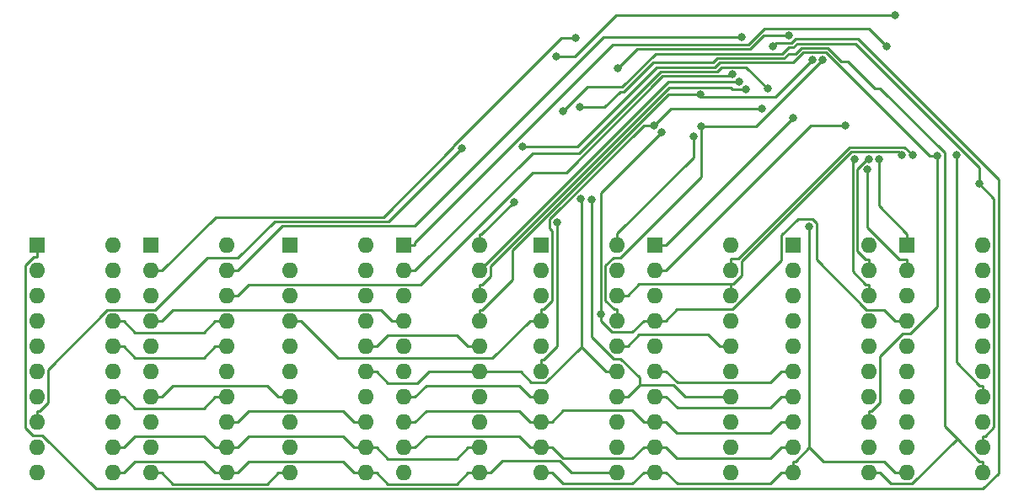
<source format=gbl>
G04 #@! TF.GenerationSoftware,KiCad,Pcbnew,(5.1.2-1)-1*
G04 #@! TF.CreationDate,2019-05-18T21:09:39+01:00*
G04 #@! TF.ProjectId,SRAM Board,5352414d-2042-46f6-9172-642e6b696361,rev?*
G04 #@! TF.SameCoordinates,Original*
G04 #@! TF.FileFunction,Copper,L2,Bot*
G04 #@! TF.FilePolarity,Positive*
%FSLAX46Y46*%
G04 Gerber Fmt 4.6, Leading zero omitted, Abs format (unit mm)*
G04 Created by KiCad (PCBNEW (5.1.2-1)-1) date 2019-05-18 21:09:39*
%MOMM*%
%LPD*%
G04 APERTURE LIST*
%ADD10O,1.600000X1.600000*%
%ADD11R,1.600000X1.600000*%
%ADD12C,0.800000*%
%ADD13C,0.250000*%
G04 APERTURE END LIST*
D10*
X226568000Y-74422000D03*
X218948000Y-97282000D03*
X226568000Y-76962000D03*
X218948000Y-94742000D03*
X226568000Y-79502000D03*
X218948000Y-92202000D03*
X226568000Y-82042000D03*
X218948000Y-89662000D03*
X226568000Y-84582000D03*
X218948000Y-87122000D03*
X226568000Y-87122000D03*
X218948000Y-84582000D03*
X226568000Y-89662000D03*
X218948000Y-82042000D03*
X226568000Y-92202000D03*
X218948000Y-79502000D03*
X226568000Y-94742000D03*
X218948000Y-76962000D03*
X226568000Y-97282000D03*
D11*
X218948000Y-74422000D03*
D10*
X201270000Y-74396600D03*
X193650000Y-97256600D03*
X201270000Y-76936600D03*
X193650000Y-94716600D03*
X201270000Y-79476600D03*
X193650000Y-92176600D03*
X201270000Y-82016600D03*
X193650000Y-89636600D03*
X201270000Y-84556600D03*
X193650000Y-87096600D03*
X201270000Y-87096600D03*
X193650000Y-84556600D03*
X201270000Y-89636600D03*
X193650000Y-82016600D03*
X201270000Y-92176600D03*
X193650000Y-79476600D03*
X201270000Y-94716600D03*
X193650000Y-76936600D03*
X201270000Y-97256600D03*
D11*
X193650000Y-74396600D03*
D10*
X176022000Y-74473000D03*
X168402000Y-97333000D03*
X176022000Y-77013000D03*
X168402000Y-94793000D03*
X176022000Y-79553000D03*
X168402000Y-92253000D03*
X176022000Y-82093000D03*
X168402000Y-89713000D03*
X176022000Y-84633000D03*
X168402000Y-87173000D03*
X176022000Y-87173000D03*
X168402000Y-84633000D03*
X176022000Y-89713000D03*
X168402000Y-82093000D03*
X176022000Y-92253000D03*
X168402000Y-79553000D03*
X176022000Y-94793000D03*
X168402000Y-77013000D03*
X176022000Y-97333000D03*
D11*
X168402000Y-74473000D03*
D10*
X150622000Y-74473000D03*
X143002000Y-97333000D03*
X150622000Y-77013000D03*
X143002000Y-94793000D03*
X150622000Y-79553000D03*
X143002000Y-92253000D03*
X150622000Y-82093000D03*
X143002000Y-89713000D03*
X150622000Y-84633000D03*
X143002000Y-87173000D03*
X150622000Y-87173000D03*
X143002000Y-84633000D03*
X150622000Y-89713000D03*
X143002000Y-82093000D03*
X150622000Y-92253000D03*
X143002000Y-79553000D03*
X150622000Y-94793000D03*
X143002000Y-77013000D03*
X150622000Y-97333000D03*
D11*
X143002000Y-74473000D03*
D10*
X237998000Y-74422000D03*
X230378000Y-97282000D03*
X237998000Y-76962000D03*
X230378000Y-94742000D03*
X237998000Y-79502000D03*
X230378000Y-92202000D03*
X237998000Y-82042000D03*
X230378000Y-89662000D03*
X237998000Y-84582000D03*
X230378000Y-87122000D03*
X237998000Y-87122000D03*
X230378000Y-84582000D03*
X237998000Y-89662000D03*
X230378000Y-82042000D03*
X237998000Y-92202000D03*
X230378000Y-79502000D03*
X237998000Y-94742000D03*
X230378000Y-76962000D03*
X237998000Y-97282000D03*
D11*
X230378000Y-74422000D03*
D10*
X212700000Y-74396600D03*
X205080000Y-97256600D03*
X212700000Y-76936600D03*
X205080000Y-94716600D03*
X212700000Y-79476600D03*
X205080000Y-92176600D03*
X212700000Y-82016600D03*
X205080000Y-89636600D03*
X212700000Y-84556600D03*
X205080000Y-87096600D03*
X212700000Y-87096600D03*
X205080000Y-84556600D03*
X212700000Y-89636600D03*
X205080000Y-82016600D03*
X212700000Y-92176600D03*
X205080000Y-79476600D03*
X212700000Y-94716600D03*
X205080000Y-76936600D03*
X212700000Y-97256600D03*
D11*
X205080000Y-74396600D03*
D10*
X187452000Y-74473000D03*
X179832000Y-97333000D03*
X187452000Y-77013000D03*
X179832000Y-94793000D03*
X187452000Y-79553000D03*
X179832000Y-92253000D03*
X187452000Y-82093000D03*
X179832000Y-89713000D03*
X187452000Y-84633000D03*
X179832000Y-87173000D03*
X187452000Y-87173000D03*
X179832000Y-84633000D03*
X187452000Y-89713000D03*
X179832000Y-82093000D03*
X187452000Y-92253000D03*
X179832000Y-79553000D03*
X187452000Y-94793000D03*
X179832000Y-77013000D03*
X187452000Y-97333000D03*
D11*
X179832000Y-74473000D03*
D10*
X162052000Y-74473000D03*
X154432000Y-97333000D03*
X162052000Y-77013000D03*
X154432000Y-94793000D03*
X162052000Y-79553000D03*
X154432000Y-92253000D03*
X162052000Y-82093000D03*
X154432000Y-89713000D03*
X162052000Y-84633000D03*
X154432000Y-87173000D03*
X162052000Y-87173000D03*
X154432000Y-84633000D03*
X162052000Y-89713000D03*
X154432000Y-82093000D03*
X162052000Y-92253000D03*
X154432000Y-79553000D03*
X162052000Y-94793000D03*
X154432000Y-77013000D03*
X162052000Y-97333000D03*
D11*
X154432000Y-74473000D03*
D12*
X225116700Y-65839700D03*
X226459100Y-66819200D03*
X226567600Y-65807300D03*
X227568000Y-65839700D03*
X229907900Y-65379800D03*
X224263000Y-62408700D03*
X230954300Y-65378600D03*
X218988800Y-61613100D03*
X215848200Y-60725600D03*
X204994200Y-62435800D03*
X195298300Y-72114700D03*
X185711500Y-64698300D03*
X208942700Y-63476900D03*
X190920700Y-70100400D03*
X197550600Y-60532200D03*
X195880300Y-60992800D03*
X237642600Y-68251300D03*
X191767900Y-64537000D03*
X233436200Y-65486800D03*
X198776800Y-69872900D03*
X235400000Y-65401400D03*
X197649200Y-69767600D03*
X220928300Y-55814000D03*
X209652900Y-59308400D03*
X221928700Y-55814000D03*
X209728400Y-62483300D03*
X214218100Y-58787400D03*
X216406600Y-58719900D03*
X213564500Y-57986000D03*
X228407400Y-54464000D03*
X212839000Y-57265200D03*
X197149000Y-53617200D03*
X213795000Y-53523000D03*
X216907600Y-54443600D03*
X205740000Y-63106000D03*
X199629300Y-81344700D03*
X220605500Y-72568900D03*
X201360400Y-56666500D03*
X218524300Y-53371700D03*
X195191300Y-55477600D03*
X229193700Y-51351100D03*
D13*
X226568000Y-78376700D02*
X226286700Y-78376700D01*
X226286700Y-78376700D02*
X224979300Y-77069300D01*
X224979300Y-77069300D02*
X224979300Y-65977100D01*
X224979300Y-65977100D02*
X225116700Y-65839700D01*
X226568000Y-79502000D02*
X226568000Y-78376700D01*
X230378000Y-76962000D02*
X230378000Y-75836700D01*
X226459100Y-66819200D02*
X226459100Y-72621200D01*
X226459100Y-72621200D02*
X229674600Y-75836700D01*
X229674600Y-75836700D02*
X230378000Y-75836700D01*
X226567600Y-65807300D02*
X226445300Y-65807300D01*
X226445300Y-65807300D02*
X225442700Y-66809900D01*
X225442700Y-66809900D02*
X225442700Y-74992800D01*
X225442700Y-74992800D02*
X226286600Y-75836700D01*
X226286600Y-75836700D02*
X226568000Y-75836700D01*
X226568000Y-76962000D02*
X226568000Y-75836700D01*
X230378000Y-73296700D02*
X227568000Y-70486700D01*
X227568000Y-70486700D02*
X227568000Y-65839700D01*
X230378000Y-74422000D02*
X230378000Y-73296700D01*
X201270000Y-79476600D02*
X202395300Y-79476600D01*
X212700000Y-78351300D02*
X203520600Y-78351300D01*
X203520600Y-78351300D02*
X202395300Y-79476600D01*
X229907900Y-65379800D02*
X229583200Y-65055100D01*
X229583200Y-65055100D02*
X224821200Y-65055100D01*
X224821200Y-65055100D02*
X213825300Y-76051000D01*
X213825300Y-76051000D02*
X213825300Y-77507400D01*
X213825300Y-77507400D02*
X212981400Y-78351300D01*
X212981400Y-78351300D02*
X212700000Y-78351300D01*
X212700000Y-79476600D02*
X212700000Y-78351300D01*
X205080000Y-76936600D02*
X206205300Y-76936600D01*
X224263000Y-62408700D02*
X220733200Y-62408700D01*
X220733200Y-62408700D02*
X206205300Y-76936600D01*
X212700000Y-75811300D02*
X213428100Y-75811300D01*
X213428100Y-75811300D02*
X224634700Y-64604700D01*
X224634700Y-64604700D02*
X230180400Y-64604700D01*
X230180400Y-64604700D02*
X230954300Y-65378600D01*
X212700000Y-76936600D02*
X212700000Y-75811300D01*
X206205300Y-74396600D02*
X218988800Y-61613100D01*
X205080000Y-74396600D02*
X206205300Y-74396600D01*
X204994200Y-62435800D02*
X204994200Y-62435900D01*
X204994200Y-62435900D02*
X203951400Y-62435900D01*
X203951400Y-62435900D02*
X194540400Y-71846900D01*
X194540400Y-71846900D02*
X194540400Y-72721100D01*
X194540400Y-72721100D02*
X194775300Y-72956000D01*
X194775300Y-72956000D02*
X194775300Y-80047400D01*
X194775300Y-80047400D02*
X193931400Y-80891300D01*
X193931400Y-80891300D02*
X193650000Y-80891300D01*
X204994200Y-62435800D02*
X206704400Y-60725600D01*
X206704400Y-60725600D02*
X215848200Y-60725600D01*
X193650000Y-82016600D02*
X193650000Y-80891300D01*
X168402000Y-82093000D02*
X169527300Y-82093000D01*
X193650000Y-82016600D02*
X192524700Y-82016600D01*
X192524700Y-82016600D02*
X188746800Y-85794500D01*
X188746800Y-85794500D02*
X173228800Y-85794500D01*
X173228800Y-85794500D02*
X169527300Y-82093000D01*
X193650000Y-87096600D02*
X193650000Y-85971300D01*
X193650000Y-85971300D02*
X193931300Y-85971300D01*
X193931300Y-85971300D02*
X195298300Y-84604300D01*
X195298300Y-84604300D02*
X195298300Y-72114700D01*
X218948000Y-87122000D02*
X217822700Y-87122000D01*
X205080000Y-87096600D02*
X206205300Y-87096600D01*
X206205300Y-87096600D02*
X207356000Y-88247300D01*
X207356000Y-88247300D02*
X216697400Y-88247300D01*
X216697400Y-88247300D02*
X217822700Y-87122000D01*
X154432000Y-89713000D02*
X155557300Y-89713000D01*
X168402000Y-89713000D02*
X167276700Y-89713000D01*
X167276700Y-89713000D02*
X166151400Y-88587700D01*
X166151400Y-88587700D02*
X156682600Y-88587700D01*
X156682600Y-88587700D02*
X155557300Y-89713000D01*
X193650000Y-89636600D02*
X192524700Y-89636600D01*
X218948000Y-89662000D02*
X217822700Y-89662000D01*
X205080000Y-89636600D02*
X206205300Y-89636600D01*
X206205300Y-89636600D02*
X207356000Y-90787300D01*
X207356000Y-90787300D02*
X216697400Y-90787300D01*
X216697400Y-90787300D02*
X217822700Y-89662000D01*
X179832000Y-89713000D02*
X180957300Y-89713000D01*
X180957300Y-89713000D02*
X182112600Y-88557700D01*
X182112600Y-88557700D02*
X191445800Y-88557700D01*
X191445800Y-88557700D02*
X192524700Y-89636600D01*
X143002000Y-92253000D02*
X143002000Y-91127700D01*
X143002000Y-91127700D02*
X143283400Y-91127700D01*
X143283400Y-91127700D02*
X144127300Y-90283800D01*
X144127300Y-90283800D02*
X144127300Y-86929500D01*
X144127300Y-86929500D02*
X150089200Y-80967600D01*
X150089200Y-80967600D02*
X154889500Y-80967600D01*
X154889500Y-80967600D02*
X160114100Y-75743000D01*
X160114100Y-75743000D02*
X163177400Y-75743000D01*
X163177400Y-75743000D02*
X166863700Y-72056700D01*
X166863700Y-72056700D02*
X178353100Y-72056700D01*
X178353100Y-72056700D02*
X185711500Y-64698300D01*
X205080000Y-92176600D02*
X206205300Y-92176600D01*
X218948000Y-92202000D02*
X217822700Y-92202000D01*
X217822700Y-92202000D02*
X216722800Y-93301900D01*
X216722800Y-93301900D02*
X207330600Y-93301900D01*
X207330600Y-93301900D02*
X206205300Y-92176600D01*
X193650000Y-92176600D02*
X194775300Y-92176600D01*
X205080000Y-92176600D02*
X203954700Y-92176600D01*
X203954700Y-92176600D02*
X202829400Y-91051300D01*
X202829400Y-91051300D02*
X195900600Y-91051300D01*
X195900600Y-91051300D02*
X194775300Y-92176600D01*
X193650000Y-92176600D02*
X192524700Y-92176600D01*
X179832000Y-92253000D02*
X180957300Y-92253000D01*
X180957300Y-92253000D02*
X182112600Y-91097700D01*
X182112600Y-91097700D02*
X191445800Y-91097700D01*
X191445800Y-91097700D02*
X192524700Y-92176600D01*
X203954700Y-94716600D02*
X202829400Y-95841900D01*
X202829400Y-95841900D02*
X195900600Y-95841900D01*
X195900600Y-95841900D02*
X194775300Y-94716600D01*
X205080000Y-94716600D02*
X206205300Y-94716600D01*
X218948000Y-94742000D02*
X217822700Y-94742000D01*
X217822700Y-94742000D02*
X216722800Y-95841900D01*
X216722800Y-95841900D02*
X207330600Y-95841900D01*
X207330600Y-95841900D02*
X206205300Y-94716600D01*
X204517400Y-94716600D02*
X205080000Y-94716600D01*
X204517400Y-94716600D02*
X203954700Y-94716600D01*
X193650000Y-94716600D02*
X192524700Y-94716600D01*
X179832000Y-94793000D02*
X180957300Y-94793000D01*
X180957300Y-94793000D02*
X182112600Y-93637700D01*
X182112600Y-93637700D02*
X191445800Y-93637700D01*
X191445800Y-93637700D02*
X192524700Y-94716600D01*
X193650000Y-94716600D02*
X194775300Y-94716600D01*
X201270000Y-73271300D02*
X208942700Y-65598600D01*
X208942700Y-65598600D02*
X208942700Y-63476900D01*
X201270000Y-74396600D02*
X201270000Y-73271300D01*
X187452000Y-74473000D02*
X187452000Y-73347700D01*
X187452000Y-73347700D02*
X187673400Y-73347700D01*
X187673400Y-73347700D02*
X190920700Y-70100400D01*
X235447100Y-93887000D02*
X234187100Y-92627100D01*
X234187100Y-92627100D02*
X234187100Y-65148700D01*
X234187100Y-65148700D02*
X227704900Y-58666500D01*
X227704900Y-58666500D02*
X227147300Y-58666500D01*
X227147300Y-58666500D02*
X224465800Y-55985000D01*
X224465800Y-55985000D02*
X223829000Y-55985000D01*
X223829000Y-55985000D02*
X222482300Y-54638300D01*
X222482300Y-54638300D02*
X219791000Y-54638300D01*
X219791000Y-54638300D02*
X219249300Y-55180000D01*
X219249300Y-55180000D02*
X218612500Y-55180000D01*
X218612500Y-55180000D02*
X218594900Y-55197600D01*
X218594900Y-55197600D02*
X218514000Y-55197600D01*
X218514000Y-55197600D02*
X218072400Y-55639200D01*
X218072400Y-55639200D02*
X211390100Y-55639200D01*
X211390100Y-55639200D02*
X210948600Y-56080700D01*
X210948600Y-56080700D02*
X204882700Y-56080700D01*
X204882700Y-56080700D02*
X201961200Y-59002200D01*
X201961200Y-59002200D02*
X201576500Y-59002200D01*
X201576500Y-59002200D02*
X200046500Y-60532200D01*
X200046500Y-60532200D02*
X197550600Y-60532200D01*
X237998000Y-96156700D02*
X237716700Y-96156700D01*
X237716700Y-96156700D02*
X235447100Y-93887000D01*
X235447100Y-93887000D02*
X230926800Y-98407300D01*
X230926800Y-98407300D02*
X228818600Y-98407300D01*
X228818600Y-98407300D02*
X227693300Y-97282000D01*
X226568000Y-97282000D02*
X227693300Y-97282000D01*
X187452000Y-97333000D02*
X186326700Y-97333000D01*
X176022000Y-97333000D02*
X177147300Y-97333000D01*
X177147300Y-97333000D02*
X178272600Y-98458300D01*
X178272600Y-98458300D02*
X185201400Y-98458300D01*
X185201400Y-98458300D02*
X186326700Y-97333000D01*
X175459400Y-97333000D02*
X176022000Y-97333000D01*
X175459400Y-97333000D02*
X174896700Y-97333000D01*
X187452000Y-97333000D02*
X188577300Y-97333000D01*
X201270000Y-97256600D02*
X196678400Y-97256600D01*
X196678400Y-97256600D02*
X195540200Y-96118400D01*
X195540200Y-96118400D02*
X189791900Y-96118400D01*
X189791900Y-96118400D02*
X188577300Y-97333000D01*
X237998000Y-97282000D02*
X237998000Y-96156700D01*
X162052000Y-97333000D02*
X163177300Y-97333000D01*
X174896700Y-97333000D02*
X173771400Y-96207700D01*
X173771400Y-96207700D02*
X164302600Y-96207700D01*
X164302600Y-96207700D02*
X163177300Y-97333000D01*
X150622000Y-97333000D02*
X151747300Y-97333000D01*
X162052000Y-97333000D02*
X160926700Y-97333000D01*
X160926700Y-97333000D02*
X159801400Y-96207700D01*
X159801400Y-96207700D02*
X152872600Y-96207700D01*
X152872600Y-96207700D02*
X151747300Y-97333000D01*
X195880300Y-60992800D02*
X198321200Y-58551900D01*
X198321200Y-58551900D02*
X201774500Y-58551900D01*
X201774500Y-58551900D02*
X205137500Y-55188900D01*
X205137500Y-55188900D02*
X217885700Y-55188900D01*
X217885700Y-55188900D02*
X218527300Y-54547300D01*
X218527300Y-54547300D02*
X219011400Y-54547300D01*
X219011400Y-54547300D02*
X219370700Y-54188000D01*
X219370700Y-54188000D02*
X225212400Y-54188000D01*
X225212400Y-54188000D02*
X237642600Y-66618200D01*
X237642600Y-66618200D02*
X237642600Y-68251300D01*
X176022000Y-94793000D02*
X177147300Y-94793000D01*
X187452000Y-94793000D02*
X186326700Y-94793000D01*
X186326700Y-94793000D02*
X185201400Y-95918300D01*
X185201400Y-95918300D02*
X178272600Y-95918300D01*
X178272600Y-95918300D02*
X177147300Y-94793000D01*
X237998000Y-93616700D02*
X238279300Y-93616700D01*
X238279300Y-93616700D02*
X239134000Y-92762000D01*
X239134000Y-92762000D02*
X239134000Y-69742700D01*
X239134000Y-69742700D02*
X237642600Y-68251300D01*
X237998000Y-94742000D02*
X237998000Y-93616700D01*
X162052000Y-94793000D02*
X163177300Y-94793000D01*
X176022000Y-94793000D02*
X174896700Y-94793000D01*
X174896700Y-94793000D02*
X173771400Y-93667700D01*
X173771400Y-93667700D02*
X164302600Y-93667700D01*
X164302600Y-93667700D02*
X163177300Y-94793000D01*
X150622000Y-94793000D02*
X151747300Y-94793000D01*
X162052000Y-94793000D02*
X160926700Y-94793000D01*
X160926700Y-94793000D02*
X159801400Y-93667700D01*
X159801400Y-93667700D02*
X152872600Y-93667700D01*
X152872600Y-93667700D02*
X151747300Y-94793000D01*
X233436200Y-65486800D02*
X232693900Y-65486800D01*
X232693900Y-65486800D02*
X222295700Y-55088600D01*
X222295700Y-55088600D02*
X219977600Y-55088600D01*
X219977600Y-55088600D02*
X218976700Y-56089500D01*
X218976700Y-56089500D02*
X211576700Y-56089500D01*
X211576700Y-56089500D02*
X211135200Y-56531000D01*
X211135200Y-56531000D02*
X205297800Y-56531000D01*
X205297800Y-56531000D02*
X197291800Y-64537000D01*
X197291800Y-64537000D02*
X191767900Y-64537000D01*
X226568000Y-91076700D02*
X226849400Y-91076700D01*
X226849400Y-91076700D02*
X227693300Y-90232800D01*
X227693300Y-90232800D02*
X227693300Y-85630300D01*
X227693300Y-85630300D02*
X230011600Y-83312000D01*
X230011600Y-83312000D02*
X230770700Y-83312000D01*
X230770700Y-83312000D02*
X233436200Y-80646500D01*
X233436200Y-80646500D02*
X233436200Y-65486800D01*
X226568000Y-92202000D02*
X226568000Y-91076700D01*
X162052000Y-92253000D02*
X163177300Y-92253000D01*
X176022000Y-92253000D02*
X174896700Y-92253000D01*
X174896700Y-92253000D02*
X173771400Y-91127700D01*
X173771400Y-91127700D02*
X164302600Y-91127700D01*
X164302600Y-91127700D02*
X163177300Y-92253000D01*
X237998000Y-88536700D02*
X237716600Y-88536700D01*
X237716600Y-88536700D02*
X235400000Y-86220100D01*
X235400000Y-86220100D02*
X235400000Y-65401400D01*
X203531000Y-88500900D02*
X202395300Y-89636600D01*
X212700000Y-89636600D02*
X208108400Y-89636600D01*
X208108400Y-89636600D02*
X206972700Y-88500900D01*
X206972700Y-88500900D02*
X203531000Y-88500900D01*
X203531000Y-88500900D02*
X203531000Y-87714000D01*
X203531000Y-87714000D02*
X201643600Y-85826600D01*
X201643600Y-85826600D02*
X200898200Y-85826600D01*
X200898200Y-85826600D02*
X198776800Y-83705200D01*
X198776800Y-83705200D02*
X198776800Y-69872900D01*
X237998000Y-89662000D02*
X237998000Y-88536700D01*
X201270000Y-89636600D02*
X202395300Y-89636600D01*
X150622000Y-89713000D02*
X151747300Y-89713000D01*
X162052000Y-89713000D02*
X160926700Y-89713000D01*
X160926700Y-89713000D02*
X159801400Y-90838300D01*
X159801400Y-90838300D02*
X152872600Y-90838300D01*
X152872600Y-90838300D02*
X151747300Y-89713000D01*
X176022000Y-87173000D02*
X177147300Y-87173000D01*
X187452000Y-87173000D02*
X182367300Y-87173000D01*
X182367300Y-87173000D02*
X181242000Y-88298300D01*
X181242000Y-88298300D02*
X178272600Y-88298300D01*
X178272600Y-88298300D02*
X177147300Y-87173000D01*
X197695800Y-84647700D02*
X194106600Y-88236900D01*
X194106600Y-88236900D02*
X192654200Y-88236900D01*
X192654200Y-88236900D02*
X191590300Y-87173000D01*
X191590300Y-87173000D02*
X187452000Y-87173000D01*
X197695800Y-84647700D02*
X197695800Y-69814200D01*
X197695800Y-69814200D02*
X197649200Y-69767600D01*
X200257300Y-87096600D02*
X200144700Y-87096600D01*
X200144700Y-87096600D02*
X197695800Y-84647700D01*
X201270000Y-87096600D02*
X200257300Y-87096600D01*
X212700000Y-84556600D02*
X211574700Y-84556600D01*
X201270000Y-84556600D02*
X202395300Y-84556600D01*
X202395300Y-84556600D02*
X203520600Y-83431300D01*
X203520600Y-83431300D02*
X210449400Y-83431300D01*
X210449400Y-83431300D02*
X211574700Y-84556600D01*
X176022000Y-84633000D02*
X177147300Y-84633000D01*
X187452000Y-84633000D02*
X186326700Y-84633000D01*
X186326700Y-84633000D02*
X185201400Y-83507700D01*
X185201400Y-83507700D02*
X178272600Y-83507700D01*
X178272600Y-83507700D02*
X177147300Y-84633000D01*
X150622000Y-84633000D02*
X151747300Y-84633000D01*
X162052000Y-84633000D02*
X160926700Y-84633000D01*
X160926700Y-84633000D02*
X159801400Y-85758300D01*
X159801400Y-85758300D02*
X152872600Y-85758300D01*
X152872600Y-85758300D02*
X151747300Y-84633000D01*
X209652900Y-59308400D02*
X209864000Y-59519500D01*
X209864000Y-59519500D02*
X217222800Y-59519500D01*
X217222800Y-59519500D02*
X220928300Y-55814000D01*
X187452000Y-80967700D02*
X187733300Y-80967700D01*
X187733300Y-80967700D02*
X190797400Y-77903600D01*
X190797400Y-77903600D02*
X190797400Y-74953000D01*
X190797400Y-74953000D02*
X206442000Y-59308400D01*
X206442000Y-59308400D02*
X209652900Y-59308400D01*
X150622000Y-82093000D02*
X151747300Y-82093000D01*
X162052000Y-82093000D02*
X160926700Y-82093000D01*
X160926700Y-82093000D02*
X159801400Y-83218300D01*
X159801400Y-83218300D02*
X152872600Y-83218300D01*
X152872600Y-83218300D02*
X151747300Y-82093000D01*
X187452000Y-82093000D02*
X187452000Y-80967700D01*
X209728400Y-62483300D02*
X215284800Y-62483300D01*
X215284800Y-62483300D02*
X221928700Y-55839400D01*
X221928700Y-55839400D02*
X221928700Y-55814000D01*
X209728400Y-62483300D02*
X209728400Y-67588400D01*
X209728400Y-67588400D02*
X201650200Y-75666600D01*
X201650200Y-75666600D02*
X200897300Y-75666600D01*
X200897300Y-75666600D02*
X200130800Y-76433100D01*
X200130800Y-76433100D02*
X200130800Y-79985600D01*
X200130800Y-79985600D02*
X201036500Y-80891300D01*
X201036500Y-80891300D02*
X201270000Y-80891300D01*
X201270000Y-82016600D02*
X201270000Y-80891300D01*
X187452000Y-78427700D02*
X187733400Y-78427700D01*
X187733400Y-78427700D02*
X188577300Y-77583800D01*
X188577300Y-77583800D02*
X188577300Y-76536200D01*
X188577300Y-76536200D02*
X206530500Y-58583000D01*
X206530500Y-58583000D02*
X212712100Y-58583000D01*
X212712100Y-58583000D02*
X212916500Y-58787400D01*
X212916500Y-58787400D02*
X214218100Y-58787400D01*
X187452000Y-79553000D02*
X187452000Y-78427700D01*
X180957300Y-77013000D02*
X192792000Y-65178300D01*
X192792000Y-65178300D02*
X197449900Y-65178300D01*
X197449900Y-65178300D02*
X205646900Y-56981300D01*
X205646900Y-56981300D02*
X211321800Y-56981300D01*
X211321800Y-56981300D02*
X211763300Y-56539800D01*
X211763300Y-56539800D02*
X214226500Y-56539800D01*
X214226500Y-56539800D02*
X216406600Y-58719900D01*
X179832000Y-77013000D02*
X180957300Y-77013000D01*
X187452000Y-77013000D02*
X206474500Y-57990500D01*
X206474500Y-57990500D02*
X213560000Y-57990500D01*
X213560000Y-57990500D02*
X213564500Y-57986000D01*
X180957300Y-74473000D02*
X180957300Y-74191700D01*
X180957300Y-74191700D02*
X200869800Y-54279200D01*
X200869800Y-54279200D02*
X214476700Y-54279200D01*
X214476700Y-54279200D02*
X216116400Y-52639500D01*
X216116400Y-52639500D02*
X226582900Y-52639500D01*
X226582900Y-52639500D02*
X228407400Y-54464000D01*
X179832000Y-74473000D02*
X180957300Y-74473000D01*
X163177300Y-79553000D02*
X164302600Y-78427700D01*
X164302600Y-78427700D02*
X181521600Y-78427700D01*
X181521600Y-78427700D02*
X192804800Y-67144500D01*
X192804800Y-67144500D02*
X196171800Y-67144500D01*
X196171800Y-67144500D02*
X205884700Y-57431600D01*
X205884700Y-57431600D02*
X212672600Y-57431600D01*
X212672600Y-57431600D02*
X212839000Y-57265200D01*
X162052000Y-79553000D02*
X163177300Y-79553000D01*
X197149000Y-53617200D02*
X195694800Y-53617200D01*
X195694800Y-53617200D02*
X184831100Y-64480900D01*
X184831100Y-64480900D02*
X184831100Y-64564000D01*
X184831100Y-64564000D02*
X177788800Y-71606300D01*
X177788800Y-71606300D02*
X160964000Y-71606300D01*
X160964000Y-71606300D02*
X155557300Y-77013000D01*
X154432000Y-77013000D02*
X155557300Y-77013000D01*
X163177300Y-77013000D02*
X167683200Y-72507100D01*
X167683200Y-72507100D02*
X180980400Y-72507100D01*
X180980400Y-72507100D02*
X199964500Y-53523000D01*
X199964500Y-53523000D02*
X213795000Y-53523000D01*
X162052000Y-77013000D02*
X163177300Y-77013000D01*
X216907600Y-54443600D02*
X217254200Y-54097000D01*
X217254200Y-54097000D02*
X218824800Y-54097000D01*
X218824800Y-54097000D02*
X219197500Y-53724300D01*
X219197500Y-53724300D02*
X225462300Y-53724300D01*
X225462300Y-53724300D02*
X239591200Y-67853200D01*
X239591200Y-67853200D02*
X239591200Y-97375600D01*
X239591200Y-97375600D02*
X238035700Y-98931100D01*
X238035700Y-98931100D02*
X148940300Y-98931100D01*
X148940300Y-98931100D02*
X143557900Y-93548700D01*
X143557900Y-93548700D02*
X142612100Y-93548700D01*
X142612100Y-93548700D02*
X141876700Y-92813300D01*
X141876700Y-92813300D02*
X141876700Y-76442200D01*
X141876700Y-76442200D02*
X142720600Y-75598300D01*
X142720600Y-75598300D02*
X143002000Y-75598300D01*
X143002000Y-74473000D02*
X143002000Y-75598300D01*
X199629300Y-81344700D02*
X199629300Y-69216700D01*
X199629300Y-69216700D02*
X205740000Y-63106000D01*
X229252700Y-82042000D02*
X228127400Y-80916700D01*
X228127400Y-80916700D02*
X226338200Y-80916700D01*
X226338200Y-80916700D02*
X221330800Y-75909300D01*
X221330800Y-75909300D02*
X221330800Y-72232700D01*
X221330800Y-72232700D02*
X220892400Y-71794300D01*
X220892400Y-71794300D02*
X219470100Y-71794300D01*
X219470100Y-71794300D02*
X217812100Y-73452300D01*
X217812100Y-73452300D02*
X217812100Y-75956800D01*
X217812100Y-75956800D02*
X212877600Y-80891300D01*
X212877600Y-80891300D02*
X207330600Y-80891300D01*
X207330600Y-80891300D02*
X206205300Y-82016600D01*
X205080000Y-82016600D02*
X206205300Y-82016600D01*
X199629300Y-81344700D02*
X199629300Y-82031700D01*
X199629300Y-82031700D02*
X200739500Y-83141900D01*
X200739500Y-83141900D02*
X202829400Y-83141900D01*
X202829400Y-83141900D02*
X203954700Y-82016600D01*
X205080000Y-82016600D02*
X203954700Y-82016600D01*
X230378000Y-82042000D02*
X229252700Y-82042000D01*
X154432000Y-82093000D02*
X155557300Y-82093000D01*
X179832000Y-82093000D02*
X178706700Y-82093000D01*
X178706700Y-82093000D02*
X177581400Y-80967700D01*
X177581400Y-80967700D02*
X156682600Y-80967700D01*
X156682600Y-80967700D02*
X155557300Y-82093000D01*
X220605500Y-94780500D02*
X219229300Y-96156700D01*
X219229300Y-96156700D02*
X218948000Y-96156700D01*
X220605500Y-72568900D02*
X220605500Y-94780500D01*
X229252700Y-97282000D02*
X228127400Y-96156700D01*
X228127400Y-96156700D02*
X221981700Y-96156700D01*
X221981700Y-96156700D02*
X220605500Y-94780500D01*
X230378000Y-97282000D02*
X229252700Y-97282000D01*
X218948000Y-97282000D02*
X218948000Y-96156700D01*
X154432000Y-97333000D02*
X155557300Y-97333000D01*
X168402000Y-97333000D02*
X167276700Y-97333000D01*
X167276700Y-97333000D02*
X166151400Y-98458300D01*
X166151400Y-98458300D02*
X156682600Y-98458300D01*
X156682600Y-98458300D02*
X155557300Y-97333000D01*
X218948000Y-97282000D02*
X217822700Y-97282000D01*
X205080000Y-97256600D02*
X206205300Y-97256600D01*
X206205300Y-97256600D02*
X207356000Y-98407300D01*
X207356000Y-98407300D02*
X216697400Y-98407300D01*
X216697400Y-98407300D02*
X217822700Y-97282000D01*
X204517400Y-97256600D02*
X205080000Y-97256600D01*
X204517400Y-97256600D02*
X203954700Y-97256600D01*
X193650000Y-97256600D02*
X194775300Y-97256600D01*
X203954700Y-97256600D02*
X202829400Y-98381900D01*
X202829400Y-98381900D02*
X195900600Y-98381900D01*
X195900600Y-98381900D02*
X194775300Y-97256600D01*
X201360400Y-56666500D02*
X203297200Y-54729700D01*
X203297200Y-54729700D02*
X214663100Y-54729700D01*
X214663100Y-54729700D02*
X216021100Y-53371700D01*
X216021100Y-53371700D02*
X218524300Y-53371700D01*
X195191300Y-55477600D02*
X197069100Y-55477600D01*
X197069100Y-55477600D02*
X201195600Y-51351100D01*
X201195600Y-51351100D02*
X229193700Y-51351100D01*
M02*

</source>
